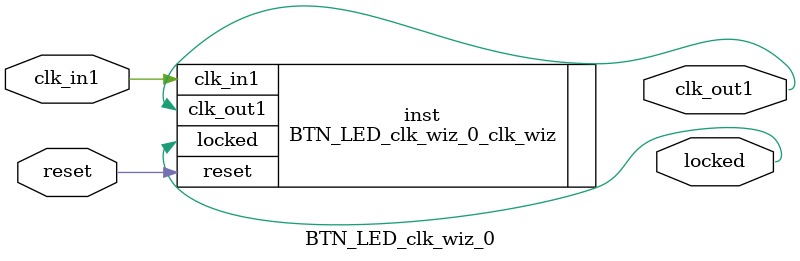
<source format=v>


`timescale 1ps/1ps

(* CORE_GENERATION_INFO = "BTN_LED_clk_wiz_0,clk_wiz_v6_0_10_0_0,{component_name=BTN_LED_clk_wiz_0,use_phase_alignment=false,use_min_o_jitter=false,use_max_i_jitter=false,use_dyn_phase_shift=false,use_inclk_switchover=false,use_dyn_reconfig=false,enable_axi=0,feedback_source=FDBK_AUTO,PRIMITIVE=MMCM,num_out_clk=1,clkin1_period=10.000,clkin2_period=10.000,use_power_down=false,use_reset=true,use_locked=true,use_inclk_stopped=false,feedback_type=SINGLE,CLOCK_MGR_TYPE=NA,manual_override=false}" *)

module BTN_LED_clk_wiz_0 
 (
  // Clock out ports
  output        clk_out1,
  // Status and control signals
  input         reset,
  output        locked,
 // Clock in ports
  input         clk_in1
 );

  BTN_LED_clk_wiz_0_clk_wiz inst
  (
  // Clock out ports  
  .clk_out1(clk_out1),
  // Status and control signals               
  .reset(reset), 
  .locked(locked),
 // Clock in ports
  .clk_in1(clk_in1)
  );

endmodule

</source>
